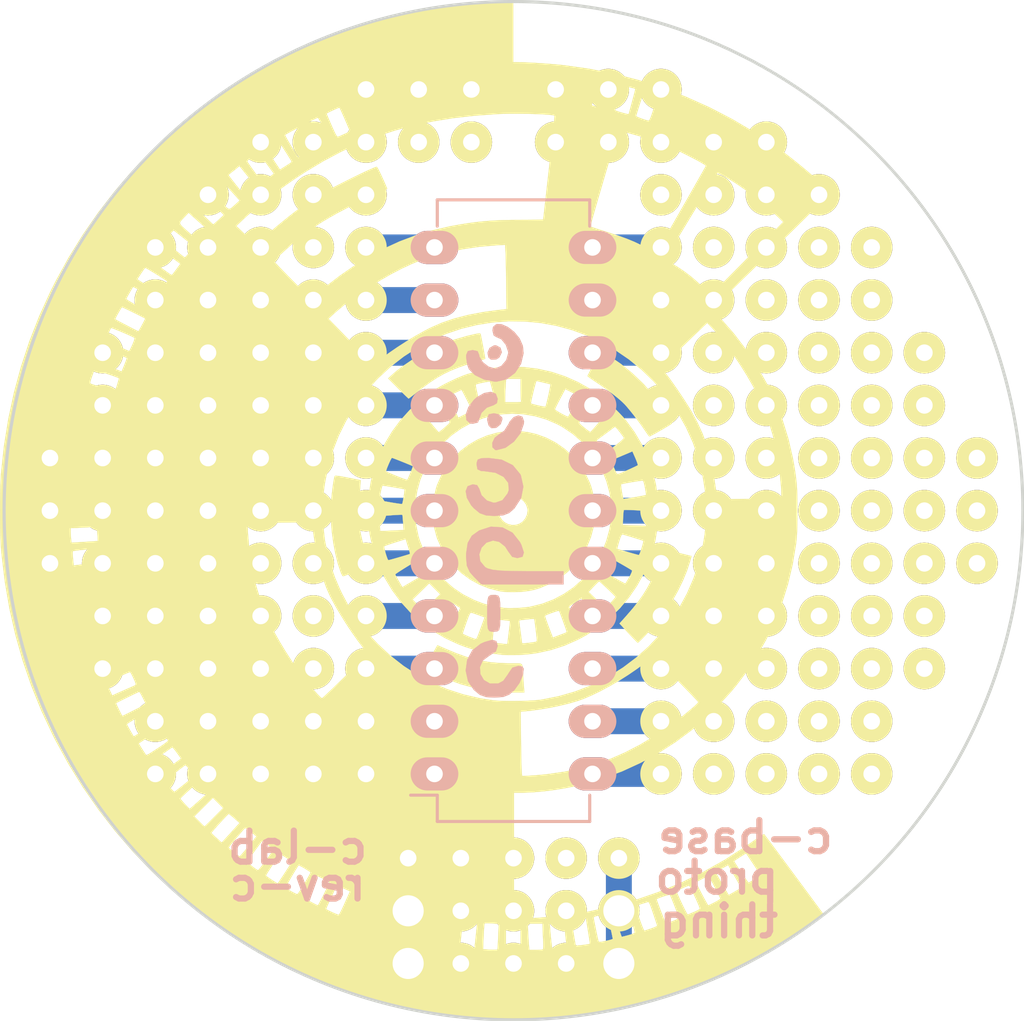
<source format=kicad_pcb>
(kicad_pcb (version 4) (host pcbnew 4.0.0-rc1-stable)
  (title_block (title "c-base protothing") (date 2015-11-04) (rev rev-c) (company c-base))
  (layers (0 F.Cu signal) (31 B.Cu signal) (34 B.Paste user) (35 F.Paste user) (36 B.SilkS user) (37 F.SilkS user) (38 B.Mask user) (39 F.Mask user) (44 Edge.Cuts user))
  (net 0 "")
  (module Wire_Pads:SolderWirePad_single_0-8mmDrill (layer F.Cu) (at 151.13 103.124)
    (fp_text reference REF**11 hide)
    (fp_text value SolderWirePad_single_0-8mmDrill hide)
    (pad 1 thru_hole circle (at 0 0) (size 1.99898 1.99898) (drill 0.8001) (layers *.Cu *.Mask F.SilkS))
  )
  (module Wire_Pads:SolderWirePad_single_0-8mmDrill (layer F.Cu) (at 156.21 103.124)
    (fp_text reference REF**21 hide)
    (fp_text value SolderWirePad_single_0-8mmDrill hide)
    (pad 1 thru_hole circle (at 0 0) (size 1.99898 1.99898) (drill 0.8001) (layers *.Cu *.Mask F.SilkS))
  )
  (module Wire_Pads:SolderWirePad_single_0-8mmDrill (layer F.Cu) (at 153.67 103.124)
    (fp_text reference REF**11 hide)
    (fp_text value SolderWirePad_single_0-8mmDrill hide)
    (pad 1 thru_hole circle (at 0 0) (size 1.99898 1.99898) (drill 0.8001) (layers *.Cu *.Mask F.SilkS))
  )
  (module Wire_Pads:SolderWirePad_single_0-8mmDrill (layer F.Cu) (at 141.986 103.124)
    (fp_text reference REF**31 hide)
    (fp_text value SolderWirePad_single_0-8mmDrill hide)
    (pad 1 thru_hole circle (at 0 0) (size 1.99898 1.99898) (drill 0.8001) (layers *.Cu *.Mask F.SilkS))
  )
  (module Wire_Pads:SolderWirePad_single_0-8mmDrill (layer F.Cu) (at 144.526 103.124)
    (fp_text reference REF**41 hide)
    (fp_text value SolderWirePad_single_0-8mmDrill hide)
    (pad 1 thru_hole circle (at 0 0) (size 1.99898 1.99898) (drill 0.8001) (layers *.Cu *.Mask F.SilkS))
  )
  (module Wire_Pads:SolderWirePad_single_0-8mmDrill (layer F.Cu) (at 147.066 103.124)
    (fp_text reference REF**11 hide)
    (fp_text value SolderWirePad_single_0-8mmDrill hide)
    (pad 1 thru_hole circle (at 0 0) (size 1.99898 1.99898) (drill 0.8001) (layers *.Cu *.Mask F.SilkS))
  )
  (module Wire_Pads:SolderWirePad_single_0-8mmDrill (layer F.Cu) (at 147.066 105.664)
    (fp_text reference REF**11 hide)
    (fp_text value SolderWirePad_single_0-8mmDrill hide)
    (pad 1 thru_hole circle (at 0 0) (size 1.99898 1.99898) (drill 0.8001) (layers *.Cu *.Mask F.SilkS))
  )
  (module Wire_Pads:SolderWirePad_single_0-8mmDrill (layer F.Cu) (at 151.13 105.664)
    (fp_text reference REF**11 hide)
    (fp_text value SolderWirePad_single_0-8mmDrill hide)
    (pad 1 thru_hole circle (at 0 0) (size 1.99898 1.99898) (drill 0.8001) (layers *.Cu *.Mask F.SilkS))
  )
  (module Wire_Pads:SolderWirePad_single_0-8mmDrill (layer F.Cu) (at 158.75 105.664)
    (fp_text reference REF**31 hide)
    (fp_text value SolderWirePad_single_0-8mmDrill hide)
    (pad 1 thru_hole circle (at 0 0) (size 1.99898 1.99898) (drill 0.8001) (layers *.Cu *.Mask F.SilkS))
  )
  (module Wire_Pads:SolderWirePad_single_0-8mmDrill (layer F.Cu) (at 156.21 105.664)
    (fp_text reference REF**21 hide)
    (fp_text value SolderWirePad_single_0-8mmDrill hide)
    (pad 1 thru_hole circle (at 0 0) (size 1.99898 1.99898) (drill 0.8001) (layers *.Cu *.Mask F.SilkS))
  )
  (module Wire_Pads:SolderWirePad_single_0-8mmDrill (layer F.Cu) (at 161.29 105.664)
    (fp_text reference REF**41 hide)
    (fp_text value SolderWirePad_single_0-8mmDrill hide)
    (pad 1 thru_hole circle (at 0 0) (size 1.99898 1.99898) (drill 0.8001) (layers *.Cu *.Mask F.SilkS))
  )
  (module Wire_Pads:SolderWirePad_single_0-8mmDrill (layer F.Cu) (at 153.67 105.664)
    (fp_text reference REF**11 hide)
    (fp_text value SolderWirePad_single_0-8mmDrill hide)
    (pad 1 thru_hole circle (at 0 0) (size 1.99898 1.99898) (drill 0.8001) (layers *.Cu *.Mask F.SilkS))
  )
  (module Wire_Pads:SolderWirePad_single_0-8mmDrill (layer F.Cu) (at 161.29 108.204)
    (fp_text reference REF**31 hide)
    (fp_text value SolderWirePad_single_0-8mmDrill hide)
    (pad 1 thru_hole circle (at 0 0) (size 1.99898 1.99898) (drill 0.8001) (layers *.Cu *.Mask F.SilkS))
  )
  (module Wire_Pads:SolderWirePad_single_0-8mmDrill (layer F.Cu) (at 158.75 108.204)
    (fp_text reference REF**21 hide)
    (fp_text value SolderWirePad_single_0-8mmDrill hide)
    (pad 1 thru_hole circle (at 0 0) (size 1.99898 1.99898) (drill 0.8001) (layers *.Cu *.Mask F.SilkS))
  )
  (module Wire_Pads:SolderWirePad_single_0-8mmDrill (layer F.Cu) (at 163.83 108.204)
    (fp_text reference REF**41 hide)
    (fp_text value SolderWirePad_single_0-8mmDrill hide)
    (pad 1 thru_hole circle (at 0 0) (size 1.99898 1.99898) (drill 0.8001) (layers *.Cu *.Mask F.SilkS))
  )
  (module Wire_Pads:SolderWirePad_single_0-8mmDrill (layer F.Cu) (at 156.21 108.204)
    (fp_text reference REF**11 hide)
    (fp_text value SolderWirePad_single_0-8mmDrill hide)
    (pad 1 thru_hole circle (at 0 0) (size 1.99898 1.99898) (drill 0.8001) (layers *.Cu *.Mask F.SilkS))
  )
  (module Wire_Pads:SolderWirePad_single_0-8mmDrill (layer F.Cu) (at 141.986 105.664)
    (fp_text reference REF**31 hide)
    (fp_text value SolderWirePad_single_0-8mmDrill hide)
    (pad 1 thru_hole circle (at 0 0) (size 1.99898 1.99898) (drill 0.8001) (layers *.Cu *.Mask F.SilkS))
  )
  (module Wire_Pads:SolderWirePad_single_0-8mmDrill (layer F.Cu) (at 139.446 105.664)
    (fp_text reference REF**21 hide)
    (fp_text value SolderWirePad_single_0-8mmDrill hide)
    (pad 1 thru_hole circle (at 0 0) (size 1.99898 1.99898) (drill 0.8001) (layers *.Cu *.Mask F.SilkS))
  )
  (module Wire_Pads:SolderWirePad_single_0-8mmDrill (layer F.Cu) (at 144.526 105.664)
    (fp_text reference REF**41 hide)
    (fp_text value SolderWirePad_single_0-8mmDrill hide)
    (pad 1 thru_hole circle (at 0 0) (size 1.99898 1.99898) (drill 0.8001) (layers *.Cu *.Mask F.SilkS))
  )
  (module Wire_Pads:SolderWirePad_single_0-8mmDrill (layer F.Cu) (at 136.906 105.664)
    (fp_text reference REF**11 hide)
    (fp_text value SolderWirePad_single_0-8mmDrill hide)
    (pad 1 thru_hole circle (at 0 0) (size 1.99898 1.99898) (drill 0.8001) (layers *.Cu *.Mask F.SilkS))
  )
  (module Wire_Pads:SolderWirePad_single_0-8mmDrill (layer F.Cu) (at 139.446 108.204)
    (fp_text reference REF**31 hide)
    (fp_text value SolderWirePad_single_0-8mmDrill hide)
    (pad 1 thru_hole circle (at 0 0) (size 1.99898 1.99898) (drill 0.8001) (layers *.Cu *.Mask F.SilkS))
  )
  (module Wire_Pads:SolderWirePad_single_0-8mmDrill (layer F.Cu) (at 136.906 108.204)
    (fp_text reference REF**21 hide)
    (fp_text value SolderWirePad_single_0-8mmDrill hide)
    (pad 1 thru_hole circle (at 0 0) (size 1.99898 1.99898) (drill 0.8001) (layers *.Cu *.Mask F.SilkS))
  )
  (module Wire_Pads:SolderWirePad_single_0-8mmDrill (layer F.Cu) (at 141.986 108.204)
    (fp_text reference REF**41 hide)
    (fp_text value SolderWirePad_single_0-8mmDrill hide)
    (pad 1 thru_hole circle (at 0 0) (size 1.99898 1.99898) (drill 0.8001) (layers *.Cu *.Mask F.SilkS))
  )
  (module Wire_Pads:SolderWirePad_single_0-8mmDrill (layer F.Cu) (at 134.366 108.204)
    (fp_text reference REF**11 hide)
    (fp_text value SolderWirePad_single_0-8mmDrill hide)
    (pad 1 thru_hole circle (at 0 0) (size 1.99898 1.99898) (drill 0.8001) (layers *.Cu *.Mask F.SilkS))
  )
  (module c-base-board:board-outline (layer F.Cu) (at 149.098 123.444)
    (fp_text reference G*** hide)
    (fp_text value c-base hide)
  )
  (module Wire_Pads:SolderWirePad_single_0-8mmDrill (layer F.Cu) (at 126.746 123.444)
    (fp_text reference REF**16 hide)
    (fp_text value SolderWirePad_single_0-8mmDrill hide)
    (pad 1 thru_hole circle (at 0 0) (size 1.99898 1.99898) (drill 0.8001) (layers *.Cu *.Mask F.SilkS))
  )
  (module Wire_Pads:SolderWirePad_single_0-8mmDrill (layer F.Cu) (at 126.746 120.904)
    (fp_text reference REF**15 hide)
    (fp_text value SolderWirePad_single_0-8mmDrill hide)
    (pad 1 thru_hole circle (at 0 0) (size 1.99898 1.99898) (drill 0.8001) (layers *.Cu *.Mask F.SilkS))
  )
  (module Wire_Pads:SolderWirePad_single_0-8mmDrill (layer F.Cu) (at 126.746 125.984)
    (fp_text reference REF**17 hide)
    (fp_text value SolderWirePad_single_0-8mmDrill hide)
    (pad 1 thru_hole circle (at 0 0) (size 1.99898 1.99898) (drill 0.8001) (layers *.Cu *.Mask F.SilkS))
  )
  (module Wire_Pads:SolderWirePad_single_0-8mmDrill (layer F.Cu) (at 129.286 125.984)
    (fp_text reference REF**17 hide)
    (fp_text value SolderWirePad_single_0-8mmDrill hide)
    (pad 1 thru_hole circle (at 0 0) (size 1.99898 1.99898) (drill 0.8001) (layers *.Cu *.Mask F.SilkS))
  )
  (module Wire_Pads:SolderWirePad_single_0-8mmDrill (layer F.Cu) (at 129.286 128.524)
    (fp_text reference REF**18 hide)
    (fp_text value SolderWirePad_single_0-8mmDrill hide)
    (pad 1 thru_hole circle (at 0 0) (size 1.99898 1.99898) (drill 0.8001) (layers *.Cu *.Mask F.SilkS))
  )
  (module Wire_Pads:SolderWirePad_single_0-8mmDrill (layer F.Cu) (at 129.286 131.064)
    (fp_text reference REF**19 hide)
    (fp_text value SolderWirePad_single_0-8mmDrill hide)
    (pad 1 thru_hole circle (at 0 0) (size 1.99898 1.99898) (drill 0.8001) (layers *.Cu *.Mask F.SilkS))
  )
  (module Wire_Pads:SolderWirePad_single_0-8mmDrill (layer F.Cu) (at 129.286 123.444)
    (fp_text reference REF**16 hide)
    (fp_text value SolderWirePad_single_0-8mmDrill hide)
    (pad 1 thru_hole circle (at 0 0) (size 1.99898 1.99898) (drill 0.8001) (layers *.Cu *.Mask F.SilkS))
  )
  (module Wire_Pads:SolderWirePad_single_0-8mmDrill (layer F.Cu) (at 129.286 120.904)
    (fp_text reference REF**15 hide)
    (fp_text value SolderWirePad_single_0-8mmDrill hide)
    (pad 1 thru_hole circle (at 0 0) (size 1.99898 1.99898) (drill 0.8001) (layers *.Cu *.Mask F.SilkS))
  )
  (module Wire_Pads:SolderWirePad_single_0-8mmDrill (layer F.Cu) (at 129.286 115.824)
    (fp_text reference REF**13 hide)
    (fp_text value SolderWirePad_single_0-8mmDrill hide)
    (pad 1 thru_hole circle (at 0 0) (size 1.99898 1.99898) (drill 0.8001) (layers *.Cu *.Mask F.SilkS))
  )
  (module Wire_Pads:SolderWirePad_single_0-8mmDrill (layer F.Cu) (at 129.286 118.364)
    (fp_text reference REF**14 hide)
    (fp_text value SolderWirePad_single_0-8mmDrill hide)
    (pad 1 thru_hole circle (at 0 0) (size 1.99898 1.99898) (drill 0.8001) (layers *.Cu *.Mask F.SilkS))
  )
  (module Wire_Pads:SolderWirePad_single_0-8mmDrill (layer F.Cu) (at 171.45 123.444)
    (fp_text reference REF**56 hide)
    (fp_text value SolderWirePad_single_0-8mmDrill hide)
    (pad 1 thru_hole circle (at 0 0) (size 1.99898 1.99898) (drill 0.8001) (layers *.Cu *.Mask F.SilkS))
  )
  (module Wire_Pads:SolderWirePad_single_0-8mmDrill (layer F.Cu) (at 171.45 120.904)
    (fp_text reference REF**55 hide)
    (fp_text value SolderWirePad_single_0-8mmDrill hide)
    (pad 1 thru_hole circle (at 0 0) (size 1.99898 1.99898) (drill 0.8001) (layers *.Cu *.Mask F.SilkS))
  )
  (module Wire_Pads:SolderWirePad_single_0-8mmDrill (layer F.Cu) (at 171.45 125.984)
    (fp_text reference REF**57 hide)
    (fp_text value SolderWirePad_single_0-8mmDrill hide)
    (pad 1 thru_hole circle (at 0 0) (size 1.99898 1.99898) (drill 0.8001) (layers *.Cu *.Mask F.SilkS))
  )
  (module Wire_Pads:SolderWirePad_single_0-8mmDrill (layer F.Cu) (at 168.91 115.824)
    (fp_text reference REF**53 hide)
    (fp_text value SolderWirePad_single_0-8mmDrill hide)
    (pad 1 thru_hole circle (at 0 0) (size 1.99898 1.99898) (drill 0.8001) (layers *.Cu *.Mask F.SilkS))
  )
  (module Wire_Pads:SolderWirePad_single_0-8mmDrill (layer F.Cu) (at 168.91 118.364)
    (fp_text reference REF**54 hide)
    (fp_text value SolderWirePad_single_0-8mmDrill hide)
    (pad 1 thru_hole circle (at 0 0) (size 1.99898 1.99898) (drill 0.8001) (layers *.Cu *.Mask F.SilkS))
  )
  (module Wire_Pads:SolderWirePad_single_0-8mmDrill (layer F.Cu) (at 168.91 123.444)
    (fp_text reference REF**56 hide)
    (fp_text value SolderWirePad_single_0-8mmDrill hide)
    (pad 1 thru_hole circle (at 0 0) (size 1.99898 1.99898) (drill 0.8001) (layers *.Cu *.Mask F.SilkS))
  )
  (module Wire_Pads:SolderWirePad_single_0-8mmDrill (layer F.Cu) (at 168.91 120.904)
    (fp_text reference REF**55 hide)
    (fp_text value SolderWirePad_single_0-8mmDrill hide)
    (pad 1 thru_hole circle (at 0 0) (size 1.99898 1.99898) (drill 0.8001) (layers *.Cu *.Mask F.SilkS))
  )
  (module Wire_Pads:SolderWirePad_single_0-8mmDrill (layer F.Cu) (at 168.91 128.524)
    (fp_text reference REF**58 hide)
    (fp_text value SolderWirePad_single_0-8mmDrill hide)
    (pad 1 thru_hole circle (at 0 0) (size 1.99898 1.99898) (drill 0.8001) (layers *.Cu *.Mask F.SilkS))
  )
  (module Wire_Pads:SolderWirePad_single_0-8mmDrill (layer F.Cu) (at 168.91 125.984)
    (fp_text reference REF**57 hide)
    (fp_text value SolderWirePad_single_0-8mmDrill hide)
    (pad 1 thru_hole circle (at 0 0) (size 1.99898 1.99898) (drill 0.8001) (layers *.Cu *.Mask F.SilkS))
  )
  (module Wire_Pads:SolderWirePad_single_0-8mmDrill (layer F.Cu) (at 168.91 131.064)
    (fp_text reference REF**59 hide)
    (fp_text value SolderWirePad_single_0-8mmDrill hide)
    (pad 1 thru_hole circle (at 0 0) (size 1.99898 1.99898) (drill 0.8001) (layers *.Cu *.Mask F.SilkS))
  )
  (module Wire_Pads:SolderWirePad_single_0-8mmDrill (layer F.Cu) (at 158.75 113.284)
    (fp_text reference REF**22 hide)
    (fp_text value SolderWirePad_single_0-8mmDrill hide)
    (pad 1 thru_hole circle (at 0 0) (size 1.99898 1.99898) (drill 0.8001) (layers *.Cu *.Mask F.SilkS))
  )
  (module Wire_Pads:SolderWirePad_single_0-8mmDrill (layer F.Cu) (at 161.29 113.284)
    (fp_text reference REF**32 hide)
    (fp_text value SolderWirePad_single_0-8mmDrill hide)
    (pad 1 thru_hole circle (at 0 0) (size 1.99898 1.99898) (drill 0.8001) (layers *.Cu *.Mask F.SilkS))
  )
  (module Wire_Pads:SolderWirePad_single_0-8mmDrill (layer F.Cu) (at 158.75 115.824)
    (fp_text reference REF**23 hide)
    (fp_text value SolderWirePad_single_0-8mmDrill hide)
    (pad 1 thru_hole circle (at 0 0) (size 1.99898 1.99898) (drill 0.8001) (layers *.Cu *.Mask F.SilkS))
  )
  (module Wire_Pads:SolderWirePad_single_0-8mmDrill (layer F.Cu) (at 161.29 115.824)
    (fp_text reference REF**33 hide)
    (fp_text value SolderWirePad_single_0-8mmDrill hide)
    (pad 1 thru_hole circle (at 0 0) (size 1.99898 1.99898) (drill 0.8001) (layers *.Cu *.Mask F.SilkS))
  )
  (module Wire_Pads:SolderWirePad_single_0-8mmDrill (layer F.Cu) (at 161.29 118.364)
    (fp_text reference REF**34 hide)
    (fp_text value SolderWirePad_single_0-8mmDrill hide)
    (pad 1 thru_hole circle (at 0 0) (size 1.99898 1.99898) (drill 0.8001) (layers *.Cu *.Mask F.SilkS))
  )
  (module Wire_Pads:SolderWirePad_single_0-8mmDrill (layer F.Cu) (at 158.75 118.364)
    (fp_text reference REF**24 hide)
    (fp_text value SolderWirePad_single_0-8mmDrill hide)
    (pad 1 thru_hole circle (at 0 0) (size 1.99898 1.99898) (drill 0.8001) (layers *.Cu *.Mask F.SilkS))
  )
  (module Wire_Pads:SolderWirePad_single_0-8mmDrill (layer F.Cu) (at 163.83 113.284)
    (fp_text reference REF**42 hide)
    (fp_text value SolderWirePad_single_0-8mmDrill hide)
    (pad 1 thru_hole circle (at 0 0) (size 1.99898 1.99898) (drill 0.8001) (layers *.Cu *.Mask F.SilkS))
  )
  (module Wire_Pads:SolderWirePad_single_0-8mmDrill (layer F.Cu) (at 166.37 110.744)
    (fp_text reference REF**51 hide)
    (fp_text value SolderWirePad_single_0-8mmDrill hide)
    (pad 1 thru_hole circle (at 0 0) (size 1.99898 1.99898) (drill 0.8001) (layers *.Cu *.Mask F.SilkS))
  )
  (module Wire_Pads:SolderWirePad_single_0-8mmDrill (layer F.Cu) (at 166.37 113.284)
    (fp_text reference REF**52 hide)
    (fp_text value SolderWirePad_single_0-8mmDrill hide)
    (pad 1 thru_hole circle (at 0 0) (size 1.99898 1.99898) (drill 0.8001) (layers *.Cu *.Mask F.SilkS))
  )
  (module Wire_Pads:SolderWirePad_single_0-8mmDrill (layer F.Cu) (at 163.83 110.744)
    (fp_text reference REF**41 hide)
    (fp_text value SolderWirePad_single_0-8mmDrill hide)
    (pad 1 thru_hole circle (at 0 0) (size 1.99898 1.99898) (drill 0.8001) (layers *.Cu *.Mask F.SilkS))
  )
  (module Wire_Pads:SolderWirePad_single_0-8mmDrill (layer F.Cu) (at 158.75 128.524)
    (fp_text reference REF**28 hide)
    (fp_text value SolderWirePad_single_0-8mmDrill hide)
    (pad 1 thru_hole circle (at 0 0) (size 1.99898 1.99898) (drill 0.8001) (layers *.Cu *.Mask F.SilkS))
  )
  (module Wire_Pads:SolderWirePad_single_0-8mmDrill (layer F.Cu) (at 158.75 125.984)
    (fp_text reference REF**27 hide)
    (fp_text value SolderWirePad_single_0-8mmDrill hide)
    (pad 1 thru_hole circle (at 0 0) (size 1.99898 1.99898) (drill 0.8001) (layers *.Cu *.Mask F.SilkS))
  )
  (module Wire_Pads:SolderWirePad_single_0-8mmDrill (layer F.Cu) (at 161.29 125.984)
    (fp_text reference REF**37 hide)
    (fp_text value SolderWirePad_single_0-8mmDrill hide)
    (pad 1 thru_hole circle (at 0 0) (size 1.99898 1.99898) (drill 0.8001) (layers *.Cu *.Mask F.SilkS))
  )
  (module Wire_Pads:SolderWirePad_single_0-8mmDrill (layer F.Cu) (at 166.37 125.984)
    (fp_text reference REF**57 hide)
    (fp_text value SolderWirePad_single_0-8mmDrill hide)
    (pad 1 thru_hole circle (at 0 0) (size 1.99898 1.99898) (drill 0.8001) (layers *.Cu *.Mask F.SilkS))
  )
  (module Wire_Pads:SolderWirePad_single_0-8mmDrill (layer F.Cu) (at 161.29 123.444)
    (fp_text reference REF**36 hide)
    (fp_text value SolderWirePad_single_0-8mmDrill hide)
    (pad 1 thru_hole circle (at 0 0) (size 1.99898 1.99898) (drill 0.8001) (layers *.Cu *.Mask F.SilkS))
  )
  (module Wire_Pads:SolderWirePad_single_0-8mmDrill (layer F.Cu) (at 166.37 120.904)
    (fp_text reference REF**55 hide)
    (fp_text value SolderWirePad_single_0-8mmDrill hide)
    (pad 1 thru_hole circle (at 0 0) (size 1.99898 1.99898) (drill 0.8001) (layers *.Cu *.Mask F.SilkS))
  )
  (module Wire_Pads:SolderWirePad_single_0-8mmDrill (layer F.Cu) (at 163.83 125.984)
    (fp_text reference REF**47 hide)
    (fp_text value SolderWirePad_single_0-8mmDrill hide)
    (pad 1 thru_hole circle (at 0 0) (size 1.99898 1.99898) (drill 0.8001) (layers *.Cu *.Mask F.SilkS))
  )
  (module Wire_Pads:SolderWirePad_single_0-8mmDrill (layer F.Cu) (at 166.37 123.444)
    (fp_text reference REF**56 hide)
    (fp_text value SolderWirePad_single_0-8mmDrill hide)
    (pad 1 thru_hole circle (at 0 0) (size 1.99898 1.99898) (drill 0.8001) (layers *.Cu *.Mask F.SilkS))
  )
  (module Wire_Pads:SolderWirePad_single_0-8mmDrill (layer F.Cu) (at 163.83 120.904)
    (fp_text reference REF**45 hide)
    (fp_text value SolderWirePad_single_0-8mmDrill hide)
    (pad 1 thru_hole circle (at 0 0) (size 1.99898 1.99898) (drill 0.8001) (layers *.Cu *.Mask F.SilkS))
  )
  (module Wire_Pads:SolderWirePad_single_0-8mmDrill (layer F.Cu) (at 161.29 120.904)
    (fp_text reference REF**35 hide)
    (fp_text value SolderWirePad_single_0-8mmDrill hide)
    (pad 1 thru_hole circle (at 0 0) (size 1.99898 1.99898) (drill 0.8001) (layers *.Cu *.Mask F.SilkS))
  )
  (module Wire_Pads:SolderWirePad_single_0-8mmDrill (layer F.Cu) (at 163.83 123.444)
    (fp_text reference REF**46 hide)
    (fp_text value SolderWirePad_single_0-8mmDrill hide)
    (pad 1 thru_hole circle (at 0 0) (size 1.99898 1.99898) (drill 0.8001) (layers *.Cu *.Mask F.SilkS))
  )
  (module Wire_Pads:SolderWirePad_single_0-8mmDrill (layer F.Cu) (at 158.75 123.444)
    (fp_text reference REF**26 hide)
    (fp_text value SolderWirePad_single_0-8mmDrill hide)
    (pad 1 thru_hole circle (at 0 0) (size 1.99898 1.99898) (drill 0.8001) (layers *.Cu *.Mask F.SilkS))
  )
  (module Wire_Pads:SolderWirePad_single_0-8mmDrill (layer F.Cu) (at 158.75 120.904)
    (fp_text reference REF**25 hide)
    (fp_text value SolderWirePad_single_0-8mmDrill hide)
    (pad 1 thru_hole circle (at 0 0) (size 1.99898 1.99898) (drill 0.8001) (layers *.Cu *.Mask F.SilkS))
  )
  (module Wire_Pads:SolderWirePad_single_0-8mmDrill (layer F.Cu) (at 161.29 136.144)
    (fp_text reference REF**311 hide)
    (fp_text value SolderWirePad_single_0-8mmDrill hide)
    (pad 1 thru_hole circle (at 0 0) (size 1.99898 1.99898) (drill 0.8001) (layers *.Cu *.Mask F.SilkS))
  )
  (module Wire_Pads:SolderWirePad_single_0-8mmDrill (layer F.Cu) (at 166.37 136.144)
    (fp_text reference REF**511 hide)
    (fp_text value SolderWirePad_single_0-8mmDrill hide)
    (pad 1 thru_hole circle (at 0 0) (size 1.99898 1.99898) (drill 0.8001) (layers *.Cu *.Mask F.SilkS))
  )
  (module Wire_Pads:SolderWirePad_single_0-8mmDrill (layer F.Cu) (at 163.83 133.604)
    (fp_text reference REF**410 hide)
    (fp_text value SolderWirePad_single_0-8mmDrill hide)
    (pad 1 thru_hole circle (at 0 0) (size 1.99898 1.99898) (drill 0.8001) (layers *.Cu *.Mask F.SilkS))
  )
  (module Wire_Pads:SolderWirePad_single_0-8mmDrill (layer F.Cu) (at 166.37 133.604)
    (fp_text reference REF**510 hide)
    (fp_text value SolderWirePad_single_0-8mmDrill hide)
    (pad 1 thru_hole circle (at 0 0) (size 1.99898 1.99898) (drill 0.8001) (layers *.Cu *.Mask F.SilkS))
  )
  (module Wire_Pads:SolderWirePad_single_0-8mmDrill (layer F.Cu) (at 163.83 136.144)
    (fp_text reference REF**411 hide)
    (fp_text value SolderWirePad_single_0-8mmDrill hide)
    (pad 1 thru_hole circle (at 0 0) (size 1.99898 1.99898) (drill 0.8001) (layers *.Cu *.Mask F.SilkS))
  )
  (module Wire_Pads:SolderWirePad_single_0-8mmDrill (layer F.Cu) (at 161.29 133.604)
    (fp_text reference REF**310 hide)
    (fp_text value SolderWirePad_single_0-8mmDrill hide)
    (pad 1 thru_hole circle (at 0 0) (size 1.99898 1.99898) (drill 0.8001) (layers *.Cu *.Mask F.SilkS))
  )
  (module Wire_Pads:SolderWirePad_single_0-8mmDrill (layer F.Cu) (at 163.83 131.064)
    (fp_text reference REF**49 hide)
    (fp_text value SolderWirePad_single_0-8mmDrill hide)
    (pad 1 thru_hole circle (at 0 0) (size 1.99898 1.99898) (drill 0.8001) (layers *.Cu *.Mask F.SilkS))
  )
  (module Wire_Pads:SolderWirePad_single_0-8mmDrill (layer F.Cu) (at 163.83 128.524)
    (fp_text reference REF**48 hide)
    (fp_text value SolderWirePad_single_0-8mmDrill hide)
    (pad 1 thru_hole circle (at 0 0) (size 1.99898 1.99898) (drill 0.8001) (layers *.Cu *.Mask F.SilkS))
  )
  (module Wire_Pads:SolderWirePad_single_0-8mmDrill (layer F.Cu) (at 161.29 128.524)
    (fp_text reference REF**38 hide)
    (fp_text value SolderWirePad_single_0-8mmDrill hide)
    (pad 1 thru_hole circle (at 0 0) (size 1.99898 1.99898) (drill 0.8001) (layers *.Cu *.Mask F.SilkS))
  )
  (module Wire_Pads:SolderWirePad_single_0-8mmDrill (layer F.Cu) (at 161.29 131.064)
    (fp_text reference REF**39 hide)
    (fp_text value SolderWirePad_single_0-8mmDrill hide)
    (pad 1 thru_hole circle (at 0 0) (size 1.99898 1.99898) (drill 0.8001) (layers *.Cu *.Mask F.SilkS))
  )
  (module Wire_Pads:SolderWirePad_single_0-8mmDrill (layer F.Cu) (at 166.37 128.524)
    (fp_text reference REF**58 hide)
    (fp_text value SolderWirePad_single_0-8mmDrill hide)
    (pad 1 thru_hole circle (at 0 0) (size 1.99898 1.99898) (drill 0.8001) (layers *.Cu *.Mask F.SilkS))
  )
  (module Wire_Pads:SolderWirePad_single_0-8mmDrill (layer F.Cu) (at 166.37 131.064)
    (fp_text reference REF**59 hide)
    (fp_text value SolderWirePad_single_0-8mmDrill hide)
    (pad 1 thru_hole circle (at 0 0) (size 1.99898 1.99898) (drill 0.8001) (layers *.Cu *.Mask F.SilkS))
  )
  (module Wire_Pads:SolderWirePad_single_0-8mmDrill (layer F.Cu) (at 158.75 133.604)
    (fp_text reference REF**210 hide)
    (fp_text value SolderWirePad_single_0-8mmDrill hide)
    (pad 1 thru_hole circle (at 0 0) (size 1.99898 1.99898) (drill 0.8001) (layers *.Cu *.Mask F.SilkS))
  )
  (module Wire_Pads:SolderWirePad_single_0-8mmDrill (layer F.Cu) (at 158.75 131.064)
    (fp_text reference REF**29 hide)
    (fp_text value SolderWirePad_single_0-8mmDrill hide)
    (pad 1 thru_hole circle (at 0 0) (size 1.99898 1.99898) (drill 0.8001) (layers *.Cu *.Mask F.SilkS))
  )
  (module Wire_Pads:SolderWirePad_single_0-8mmDrill (layer F.Cu) (at 158.75 136.144)
    (fp_text reference REF**211 hide)
    (fp_text value SolderWirePad_single_0-8mmDrill hide)
    (pad 1 thru_hole circle (at 0 0) (size 1.99898 1.99898) (drill 0.8001) (layers *.Cu *.Mask F.SilkS))
  )
  (module Wire_Pads:SolderWirePad_single_0-8mmDrill (layer F.Cu) (at 163.83 118.364)
    (fp_text reference REF**44 hide)
    (fp_text value SolderWirePad_single_0-8mmDrill hide)
    (pad 1 thru_hole circle (at 0 0) (size 1.99898 1.99898) (drill 0.8001) (layers *.Cu *.Mask F.SilkS))
  )
  (module Wire_Pads:SolderWirePad_single_0-8mmDrill (layer F.Cu) (at 166.37 118.364)
    (fp_text reference REF**54 hide)
    (fp_text value SolderWirePad_single_0-8mmDrill hide)
    (pad 1 thru_hole circle (at 0 0) (size 1.99898 1.99898) (drill 0.8001) (layers *.Cu *.Mask F.SilkS))
  )
  (module Wire_Pads:SolderWirePad_single_0-8mmDrill (layer F.Cu) (at 163.83 115.824)
    (fp_text reference REF**43 hide)
    (fp_text value SolderWirePad_single_0-8mmDrill hide)
    (pad 1 thru_hole circle (at 0 0) (size 1.99898 1.99898) (drill 0.8001) (layers *.Cu *.Mask F.SilkS))
  )
  (module Wire_Pads:SolderWirePad_single_0-8mmDrill (layer F.Cu) (at 166.37 115.824)
    (fp_text reference REF**53 hide)
    (fp_text value SolderWirePad_single_0-8mmDrill hide)
    (pad 1 thru_hole circle (at 0 0) (size 1.99898 1.99898) (drill 0.8001) (layers *.Cu *.Mask F.SilkS))
  )
  (module Wire_Pads:SolderWirePad_single_0-8mmDrill (layer F.Cu) (at 161.29 110.744)
    (fp_text reference REF**31 hide)
    (fp_text value SolderWirePad_single_0-8mmDrill hide)
    (pad 1 thru_hole circle (at 0 0) (size 1.99898 1.99898) (drill 0.8001) (layers *.Cu *.Mask F.SilkS))
  )
  (module Wire_Pads:SolderWirePad_single_0-8mmDrill (layer F.Cu) (at 158.75 110.744)
    (fp_text reference REF**21 hide)
    (fp_text value SolderWirePad_single_0-8mmDrill hide)
    (pad 1 thru_hole circle (at 0 0) (size 1.99898 1.99898) (drill 0.8001) (layers *.Cu *.Mask F.SilkS))
  )
  (module Wire_Pads:SolderWirePad_single_0-8mmDrill (layer F.Cu) (at 156.21 118.364)
    (fp_text reference REF**14 hide)
    (fp_text value SolderWirePad_single_0-8mmDrill hide)
    (pad 1 thru_hole circle (at 0 0) (size 1.99898 1.99898) (drill 0.8001) (layers *.Cu *.Mask F.SilkS))
  )
  (module Wire_Pads:SolderWirePad_single_0-8mmDrill (layer F.Cu) (at 156.21 115.824)
    (fp_text reference REF**13 hide)
    (fp_text value SolderWirePad_single_0-8mmDrill hide)
    (pad 1 thru_hole circle (at 0 0) (size 1.99898 1.99898) (drill 0.8001) (layers *.Cu *.Mask F.SilkS))
  )
  (module Wire_Pads:SolderWirePad_single_0-8mmDrill (layer F.Cu) (at 156.21 120.904)
    (fp_text reference REF**15 hide)
    (fp_text value SolderWirePad_single_0-8mmDrill hide)
    (pad 1 thru_hole circle (at 0 0) (size 1.99898 1.99898) (drill 0.8001) (layers *.Cu *.Mask F.SilkS))
  )
  (module Wire_Pads:SolderWirePad_single_0-8mmDrill (layer F.Cu) (at 156.21 123.444)
    (fp_text reference REF**16 hide)
    (fp_text value SolderWirePad_single_0-8mmDrill hide)
    (pad 1 thru_hole circle (at 0 0) (size 1.99898 1.99898) (drill 0.8001) (layers *.Cu *.Mask F.SilkS))
  )
  (module Wire_Pads:SolderWirePad_single_0-8mmDrill (layer F.Cu) (at 156.21 125.984)
    (fp_text reference REF**17 hide)
    (fp_text value SolderWirePad_single_0-8mmDrill hide)
    (pad 1 thru_hole circle (at 0 0) (size 1.99898 1.99898) (drill 0.8001) (layers *.Cu *.Mask F.SilkS))
  )
  (module Wire_Pads:SolderWirePad_single_0-8mmDrill (layer F.Cu) (at 156.21 128.524)
    (fp_text reference REF**18 hide)
    (fp_text value SolderWirePad_single_0-8mmDrill hide)
    (pad 1 thru_hole circle (at 0 0) (size 1.99898 1.99898) (drill 0.8001) (layers *.Cu *.Mask F.SilkS))
  )
  (module Wire_Pads:SolderWirePad_single_0-8mmDrill (layer F.Cu) (at 156.21 113.284)
    (fp_text reference REF**12 hide)
    (fp_text value SolderWirePad_single_0-8mmDrill hide)
    (pad 1 thru_hole circle (at 0 0) (size 1.99898 1.99898) (drill 0.8001) (layers *.Cu *.Mask F.SilkS))
  )
  (module Wire_Pads:SolderWirePad_single_0-8mmDrill (layer F.Cu) (at 156.21 131.064)
    (fp_text reference REF**19 hide)
    (fp_text value SolderWirePad_single_0-8mmDrill hide)
    (pad 1 thru_hole circle (at 0 0) (size 1.99898 1.99898) (drill 0.8001) (layers *.Cu *.Mask F.SilkS))
  )
  (module Wire_Pads:SolderWirePad_single_0-8mmDrill (layer F.Cu) (at 156.21 136.144)
    (fp_text reference REF**111 hide)
    (fp_text value SolderWirePad_single_0-8mmDrill hide)
    (pad 1 thru_hole circle (at 0 0) (size 1.99898 1.99898) (drill 0.8001) (layers *.Cu *.Mask F.SilkS))
  )
  (module Wire_Pads:SolderWirePad_single_0-8mmDrill (layer F.Cu) (at 156.21 133.604)
    (fp_text reference REF**110 hide)
    (fp_text value SolderWirePad_single_0-8mmDrill hide)
    (pad 1 thru_hole circle (at 0 0) (size 1.99898 1.99898) (drill 0.8001) (layers *.Cu *.Mask F.SilkS))
  )
  (module Wire_Pads:SolderWirePad_single_0-8mmDrill (layer F.Cu) (at 144.018 145.288)
    (fp_text reference REF**1113 hide)
    (fp_text value SolderWirePad_single_0-8mmDrill hide)
    (pad 1 thru_hole circle (at 0 0) (size 1.99898 1.99898) (drill 1.5) (layers *.Cu *.Mask F.SilkS))
  )
  (module Wire_Pads:SolderWirePad_single_0-8mmDrill (layer F.Cu) (at 144.018 142.748)
    (fp_text reference REF**1112 hide)
    (fp_text value SolderWirePad_single_0-8mmDrill hide)
    (pad 1 thru_hole circle (at 0 0) (size 1.99898 1.99898) (drill 1.5) (layers *.Cu *.Mask F.SilkS))
  )
  (module Wire_Pads:SolderWirePad_single_0-8mmDrill (layer F.Cu) (at 146.558 145.288)
    (fp_text reference REF**2113 hide)
    (fp_text value SolderWirePad_single_0-8mmDrill hide)
    (pad 1 thru_hole circle (at 0 0) (size 1.99898 1.99898) (drill 0.8001) (layers *.Cu *.Mask F.SilkS))
  )
  (module Wire_Pads:SolderWirePad_single_0-8mmDrill (layer F.Cu) (at 146.558 142.748)
    (fp_text reference REF**2112 hide)
    (fp_text value SolderWirePad_single_0-8mmDrill hide)
    (pad 1 thru_hole circle (at 0 0) (size 1.99898 1.99898) (drill 0.8001) (layers *.Cu *.Mask F.SilkS))
  )
  (module Wire_Pads:SolderWirePad_single_0-8mmDrill (layer F.Cu) (at 151.638 145.288)
    (fp_text reference REF**4113 hide)
    (fp_text value SolderWirePad_single_0-8mmDrill hide)
    (pad 1 thru_hole circle (at 0 0) (size 1.99898 1.99898) (drill 0.8001) (layers *.Cu *.Mask F.SilkS))
  )
  (module Wire_Pads:SolderWirePad_single_0-8mmDrill (layer F.Cu) (at 151.638 142.748)
    (fp_text reference REF**4112 hide)
    (fp_text value SolderWirePad_single_0-8mmDrill hide)
    (pad 1 thru_hole circle (at 0 0) (size 1.99898 1.99898) (drill 0.8001) (layers *.Cu *.Mask F.SilkS))
  )
  (module Wire_Pads:SolderWirePad_single_0-8mmDrill (layer F.Cu) (at 149.098 145.288)
    (fp_text reference REF**3113 hide)
    (fp_text value SolderWirePad_single_0-8mmDrill hide)
    (pad 1 thru_hole circle (at 0 0) (size 1.99898 1.99898) (drill 0.8001) (layers *.Cu *.Mask F.SilkS))
  )
  (module Wire_Pads:SolderWirePad_single_0-8mmDrill (layer F.Cu) (at 149.098 142.748)
    (fp_text reference REF**3112 hide)
    (fp_text value SolderWirePad_single_0-8mmDrill hide)
    (pad 1 thru_hole circle (at 0 0) (size 1.99898 1.99898) (drill 0.8001) (layers *.Cu *.Mask F.SilkS))
  )
  (module Wire_Pads:SolderWirePad_single_0-8mmDrill (layer F.Cu) (at 154.178 145.288)
    (fp_text reference REF**5113 hide)
    (fp_text value SolderWirePad_single_0-8mmDrill hide)
    (pad 1 thru_hole circle (at 0 0) (size 1.99898 1.99898) (drill 1.5) (layers *.Cu *.Mask F.SilkS))
  )
  (module Wire_Pads:SolderWirePad_single_0-8mmDrill (layer F.Cu) (at 154.178 142.748)
    (fp_text reference REF**5112 hide)
    (fp_text value SolderWirePad_single_0-8mmDrill hide)
    (pad 1 thru_hole circle (at 0 0) (size 1.99898 1.99898) (drill 1.5) (layers *.Cu *.Mask F.SilkS))
  )
  (module Wire_Pads:SolderWirePad_single_0-8mmDrill (layer F.Cu) (at 144.018 140.208)
    (fp_text reference REF**1111 hide)
    (fp_text value SolderWirePad_single_0-8mmDrill hide)
    (pad 1 thru_hole circle (at 0 0) (size 1.99898 1.99898) (drill 0.8001) (layers *.Cu *.Mask F.SilkS))
  )
  (module Wire_Pads:SolderWirePad_single_0-8mmDrill (layer F.Cu) (at 146.558 140.208)
    (fp_text reference REF**2111 hide)
    (fp_text value SolderWirePad_single_0-8mmDrill hide)
    (pad 1 thru_hole circle (at 0 0) (size 1.99898 1.99898) (drill 0.8001) (layers *.Cu *.Mask F.SilkS))
  )
  (module Wire_Pads:SolderWirePad_single_0-8mmDrill (layer F.Cu) (at 149.098 140.208)
    (fp_text reference REF**3111 hide)
    (fp_text value SolderWirePad_single_0-8mmDrill hide)
    (pad 1 thru_hole circle (at 0 0) (size 1.99898 1.99898) (drill 0.8001) (layers *.Cu *.Mask F.SilkS))
  )
  (module Wire_Pads:SolderWirePad_single_0-8mmDrill (layer F.Cu) (at 154.178 140.208)
    (fp_text reference REF**5111 hide)
    (fp_text value SolderWirePad_single_0-8mmDrill hide)
    (pad 1 thru_hole circle (at 0 0) (size 1.99898 1.99898) (drill 0.8001) (layers *.Cu *.Mask F.SilkS))
  )
  (module Wire_Pads:SolderWirePad_single_0-8mmDrill (layer F.Cu) (at 151.638 140.208)
    (fp_text reference REF**4111 hide)
    (fp_text value SolderWirePad_single_0-8mmDrill hide)
    (pad 1 thru_hole circle (at 0 0) (size 1.99898 1.99898) (drill 0.8001) (layers *.Cu *.Mask F.SilkS))
  )
  (module Wire_Pads:SolderWirePad_single_0-8mmDrill (layer F.Cu) (at 131.826 125.984)
    (fp_text reference REF**17 hide)
    (fp_text value SolderWirePad_single_0-8mmDrill hide)
    (pad 1 thru_hole circle (at 0 0) (size 1.99898 1.99898) (drill 0.8001) (layers *.Cu *.Mask F.SilkS))
  )
  (module Wire_Pads:SolderWirePad_single_0-8mmDrill (layer F.Cu) (at 134.366 125.984)
    (fp_text reference REF**27 hide)
    (fp_text value SolderWirePad_single_0-8mmDrill hide)
    (pad 1 thru_hole circle (at 0 0) (size 1.99898 1.99898) (drill 0.8001) (layers *.Cu *.Mask F.SilkS))
  )
  (module Wire_Pads:SolderWirePad_single_0-8mmDrill (layer F.Cu) (at 134.366 123.444)
    (fp_text reference REF**26 hide)
    (fp_text value SolderWirePad_single_0-8mmDrill hide)
    (pad 1 thru_hole circle (at 0 0) (size 1.99898 1.99898) (drill 0.8001) (layers *.Cu *.Mask F.SilkS))
  )
  (module Wire_Pads:SolderWirePad_single_0-8mmDrill (layer F.Cu) (at 131.826 120.904)
    (fp_text reference REF**15 hide)
    (fp_text value SolderWirePad_single_0-8mmDrill hide)
    (pad 1 thru_hole circle (at 0 0) (size 1.99898 1.99898) (drill 0.8001) (layers *.Cu *.Mask F.SilkS))
  )
  (module Wire_Pads:SolderWirePad_single_0-8mmDrill (layer F.Cu) (at 131.826 123.444)
    (fp_text reference REF**16 hide)
    (fp_text value SolderWirePad_single_0-8mmDrill hide)
    (pad 1 thru_hole circle (at 0 0) (size 1.99898 1.99898) (drill 0.8001) (layers *.Cu *.Mask F.SilkS))
  )
  (module Wire_Pads:SolderWirePad_single_0-8mmDrill (layer F.Cu) (at 131.826 131.064)
    (fp_text reference REF**19 hide)
    (fp_text value SolderWirePad_single_0-8mmDrill hide)
    (pad 1 thru_hole circle (at 0 0) (size 1.99898 1.99898) (drill 0.8001) (layers *.Cu *.Mask F.SilkS))
  )
  (module Wire_Pads:SolderWirePad_single_0-8mmDrill (layer F.Cu) (at 131.826 128.524)
    (fp_text reference REF**18 hide)
    (fp_text value SolderWirePad_single_0-8mmDrill hide)
    (pad 1 thru_hole circle (at 0 0) (size 1.99898 1.99898) (drill 0.8001) (layers *.Cu *.Mask F.SilkS))
  )
  (module Wire_Pads:SolderWirePad_single_0-8mmDrill (layer F.Cu) (at 134.366 131.064)
    (fp_text reference REF**29 hide)
    (fp_text value SolderWirePad_single_0-8mmDrill hide)
    (pad 1 thru_hole circle (at 0 0) (size 1.99898 1.99898) (drill 0.8001) (layers *.Cu *.Mask F.SilkS))
  )
  (module Wire_Pads:SolderWirePad_single_0-8mmDrill (layer F.Cu) (at 134.366 128.524)
    (fp_text reference REF**28 hide)
    (fp_text value SolderWirePad_single_0-8mmDrill hide)
    (pad 1 thru_hole circle (at 0 0) (size 1.99898 1.99898) (drill 0.8001) (layers *.Cu *.Mask F.SilkS))
  )
  (module Wire_Pads:SolderWirePad_single_0-8mmDrill (layer F.Cu) (at 136.906 131.064)
    (fp_text reference REF**39 hide)
    (fp_text value SolderWirePad_single_0-8mmDrill hide)
    (pad 1 thru_hole circle (at 0 0) (size 1.99898 1.99898) (drill 0.8001) (layers *.Cu *.Mask F.SilkS))
  )
  (module Wire_Pads:SolderWirePad_single_0-8mmDrill (layer F.Cu) (at 136.906 128.524)
    (fp_text reference REF**38 hide)
    (fp_text value SolderWirePad_single_0-8mmDrill hide)
    (pad 1 thru_hole circle (at 0 0) (size 1.99898 1.99898) (drill 0.8001) (layers *.Cu *.Mask F.SilkS))
  )
  (module Wire_Pads:SolderWirePad_single_0-8mmDrill (layer F.Cu) (at 141.986 131.064)
    (fp_text reference REF**59 hide)
    (fp_text value SolderWirePad_single_0-8mmDrill hide)
    (pad 1 thru_hole circle (at 0 0) (size 1.99898 1.99898) (drill 0.8001) (layers *.Cu *.Mask F.SilkS))
  )
  (module Wire_Pads:SolderWirePad_single_0-8mmDrill (layer F.Cu) (at 139.446 131.064)
    (fp_text reference REF**49 hide)
    (fp_text value SolderWirePad_single_0-8mmDrill hide)
    (pad 1 thru_hole circle (at 0 0) (size 1.99898 1.99898) (drill 0.8001) (layers *.Cu *.Mask F.SilkS))
  )
  (module Wire_Pads:SolderWirePad_single_0-8mmDrill (layer F.Cu) (at 141.986 128.524)
    (fp_text reference REF**58 hide)
    (fp_text value SolderWirePad_single_0-8mmDrill hide)
    (pad 1 thru_hole circle (at 0 0) (size 1.99898 1.99898) (drill 0.8001) (layers *.Cu *.Mask F.SilkS))
  )
  (module Wire_Pads:SolderWirePad_single_0-8mmDrill (layer F.Cu) (at 141.986 125.984)
    (fp_text reference REF**57 hide)
    (fp_text value SolderWirePad_single_0-8mmDrill hide)
    (pad 1 thru_hole circle (at 0 0) (size 1.99898 1.99898) (drill 0.8001) (layers *.Cu *.Mask F.SilkS))
  )
  (module Wire_Pads:SolderWirePad_single_0-8mmDrill (layer F.Cu) (at 139.446 125.984)
    (fp_text reference REF**47 hide)
    (fp_text value SolderWirePad_single_0-8mmDrill hide)
    (pad 1 thru_hole circle (at 0 0) (size 1.99898 1.99898) (drill 0.8001) (layers *.Cu *.Mask F.SilkS))
  )
  (module Wire_Pads:SolderWirePad_single_0-8mmDrill (layer F.Cu) (at 139.446 128.524)
    (fp_text reference REF**48 hide)
    (fp_text value SolderWirePad_single_0-8mmDrill hide)
    (pad 1 thru_hole circle (at 0 0) (size 1.99898 1.99898) (drill 0.8001) (layers *.Cu *.Mask F.SilkS))
  )
  (module Wire_Pads:SolderWirePad_single_0-8mmDrill (layer F.Cu) (at 139.446 123.444)
    (fp_text reference REF**46 hide)
    (fp_text value SolderWirePad_single_0-8mmDrill hide)
    (pad 1 thru_hole circle (at 0 0) (size 1.99898 1.99898) (drill 0.8001) (layers *.Cu *.Mask F.SilkS))
  )
  (module Wire_Pads:SolderWirePad_single_0-8mmDrill (layer F.Cu) (at 139.446 120.904)
    (fp_text reference REF**45 hide)
    (fp_text value SolderWirePad_single_0-8mmDrill hide)
    (pad 1 thru_hole circle (at 0 0) (size 1.99898 1.99898) (drill 0.8001) (layers *.Cu *.Mask F.SilkS))
  )
  (module Wire_Pads:SolderWirePad_single_0-8mmDrill (layer F.Cu) (at 141.986 123.444)
    (fp_text reference REF**56 hide)
    (fp_text value SolderWirePad_single_0-8mmDrill hide)
    (pad 1 thru_hole circle (at 0 0) (size 1.99898 1.99898) (drill 0.8001) (layers *.Cu *.Mask F.SilkS))
  )
  (module Wire_Pads:SolderWirePad_single_0-8mmDrill (layer F.Cu) (at 141.986 120.904)
    (fp_text reference REF**55 hide)
    (fp_text value SolderWirePad_single_0-8mmDrill hide)
    (pad 1 thru_hole circle (at 0 0) (size 1.99898 1.99898) (drill 0.8001) (layers *.Cu *.Mask F.SilkS))
  )
  (module Wire_Pads:SolderWirePad_single_0-8mmDrill (layer F.Cu) (at 136.906 125.984)
    (fp_text reference REF**37 hide)
    (fp_text value SolderWirePad_single_0-8mmDrill hide)
    (pad 1 thru_hole circle (at 0 0) (size 1.99898 1.99898) (drill 0.8001) (layers *.Cu *.Mask F.SilkS))
  )
  (module Wire_Pads:SolderWirePad_single_0-8mmDrill (layer F.Cu) (at 136.906 123.444)
    (fp_text reference REF**36 hide)
    (fp_text value SolderWirePad_single_0-8mmDrill hide)
    (pad 1 thru_hole circle (at 0 0) (size 1.99898 1.99898) (drill 0.8001) (layers *.Cu *.Mask F.SilkS))
  )
  (module Wire_Pads:SolderWirePad_single_0-8mmDrill (layer F.Cu) (at 136.906 120.904)
    (fp_text reference REF**35 hide)
    (fp_text value SolderWirePad_single_0-8mmDrill hide)
    (pad 1 thru_hole circle (at 0 0) (size 1.99898 1.99898) (drill 0.8001) (layers *.Cu *.Mask F.SilkS))
  )
  (module Wire_Pads:SolderWirePad_single_0-8mmDrill (layer F.Cu) (at 134.366 120.904)
    (fp_text reference REF**25 hide)
    (fp_text value SolderWirePad_single_0-8mmDrill hide)
    (pad 1 thru_hole circle (at 0 0) (size 1.99898 1.99898) (drill 0.8001) (layers *.Cu *.Mask F.SilkS))
  )
  (module Wire_Pads:SolderWirePad_single_0-8mmDrill (layer F.Cu) (at 134.366 133.604)
    (fp_text reference REF**210 hide)
    (fp_text value SolderWirePad_single_0-8mmDrill hide)
    (pad 1 thru_hole circle (at 0 0) (size 1.99898 1.99898) (drill 0.8001) (layers *.Cu *.Mask F.SilkS))
  )
  (module Wire_Pads:SolderWirePad_single_0-8mmDrill (layer F.Cu) (at 131.826 136.144)
    (fp_text reference REF**111 hide)
    (fp_text value SolderWirePad_single_0-8mmDrill hide)
    (pad 1 thru_hole circle (at 0 0) (size 1.99898 1.99898) (drill 0.8001) (layers *.Cu *.Mask F.SilkS))
  )
  (module Wire_Pads:SolderWirePad_single_0-8mmDrill (layer F.Cu) (at 131.826 133.604)
    (fp_text reference REF**110 hide)
    (fp_text value SolderWirePad_single_0-8mmDrill hide)
    (pad 1 thru_hole circle (at 0 0) (size 1.99898 1.99898) (drill 0.8001) (layers *.Cu *.Mask F.SilkS))
  )
  (module Wire_Pads:SolderWirePad_single_0-8mmDrill (layer F.Cu) (at 134.366 136.144)
    (fp_text reference REF**211 hide)
    (fp_text value SolderWirePad_single_0-8mmDrill hide)
    (pad 1 thru_hole circle (at 0 0) (size 1.99898 1.99898) (drill 0.8001) (layers *.Cu *.Mask F.SilkS))
  )
  (module Wire_Pads:SolderWirePad_single_0-8mmDrill (layer F.Cu) (at 139.446 118.364)
    (fp_text reference REF**44 hide)
    (fp_text value SolderWirePad_single_0-8mmDrill hide)
    (pad 1 thru_hole circle (at 0 0) (size 1.99898 1.99898) (drill 0.8001) (layers *.Cu *.Mask F.SilkS))
  )
  (module Wire_Pads:SolderWirePad_single_0-8mmDrill (layer F.Cu) (at 141.986 118.364)
    (fp_text reference REF**54 hide)
    (fp_text value SolderWirePad_single_0-8mmDrill hide)
    (pad 1 thru_hole circle (at 0 0) (size 1.99898 1.99898) (drill 0.8001) (layers *.Cu *.Mask F.SilkS))
  )
  (module Wire_Pads:SolderWirePad_single_0-8mmDrill (layer F.Cu) (at 141.986 110.744)
    (fp_text reference REF**51 hide)
    (fp_text value SolderWirePad_single_0-8mmDrill hide)
    (pad 1 thru_hole circle (at 0 0) (size 1.99898 1.99898) (drill 0.8001) (layers *.Cu *.Mask F.SilkS))
  )
  (module Wire_Pads:SolderWirePad_single_0-8mmDrill (layer F.Cu) (at 141.986 115.824)
    (fp_text reference REF**53 hide)
    (fp_text value SolderWirePad_single_0-8mmDrill hide)
    (pad 1 thru_hole circle (at 0 0) (size 1.99898 1.99898) (drill 0.8001) (layers *.Cu *.Mask F.SilkS))
  )
  (module Wire_Pads:SolderWirePad_single_0-8mmDrill (layer F.Cu) (at 141.986 113.284)
    (fp_text reference REF**52 hide)
    (fp_text value SolderWirePad_single_0-8mmDrill hide)
    (pad 1 thru_hole circle (at 0 0) (size 1.99898 1.99898) (drill 0.8001) (layers *.Cu *.Mask F.SilkS))
  )
  (module Wire_Pads:SolderWirePad_single_0-8mmDrill (layer F.Cu) (at 139.446 110.744)
    (fp_text reference REF**41 hide)
    (fp_text value SolderWirePad_single_0-8mmDrill hide)
    (pad 1 thru_hole circle (at 0 0) (size 1.99898 1.99898) (drill 0.8001) (layers *.Cu *.Mask F.SilkS))
  )
  (module Wire_Pads:SolderWirePad_single_0-8mmDrill (layer F.Cu) (at 131.826 118.364)
    (fp_text reference REF**14 hide)
    (fp_text value SolderWirePad_single_0-8mmDrill hide)
    (pad 1 thru_hole circle (at 0 0) (size 1.99898 1.99898) (drill 0.8001) (layers *.Cu *.Mask F.SilkS))
  )
  (module Wire_Pads:SolderWirePad_single_0-8mmDrill (layer F.Cu) (at 136.906 118.364)
    (fp_text reference REF**34 hide)
    (fp_text value SolderWirePad_single_0-8mmDrill hide)
    (pad 1 thru_hole circle (at 0 0) (size 1.99898 1.99898) (drill 0.8001) (layers *.Cu *.Mask F.SilkS))
  )
  (module Wire_Pads:SolderWirePad_single_0-8mmDrill (layer F.Cu) (at 131.826 115.824)
    (fp_text reference REF**13 hide)
    (fp_text value SolderWirePad_single_0-8mmDrill hide)
    (pad 1 thru_hole circle (at 0 0) (size 1.99898 1.99898) (drill 0.8001) (layers *.Cu *.Mask F.SilkS))
  )
  (module Wire_Pads:SolderWirePad_single_0-8mmDrill (layer F.Cu) (at 134.366 118.364)
    (fp_text reference REF**24 hide)
    (fp_text value SolderWirePad_single_0-8mmDrill hide)
    (pad 1 thru_hole circle (at 0 0) (size 1.99898 1.99898) (drill 0.8001) (layers *.Cu *.Mask F.SilkS))
  )
  (module Wire_Pads:SolderWirePad_single_0-8mmDrill (layer F.Cu) (at 136.906 110.744)
    (fp_text reference REF**31 hide)
    (fp_text value SolderWirePad_single_0-8mmDrill hide)
    (pad 1 thru_hole circle (at 0 0) (size 1.99898 1.99898) (drill 0.8001) (layers *.Cu *.Mask F.SilkS))
  )
  (module Wire_Pads:SolderWirePad_single_0-8mmDrill (layer F.Cu) (at 139.446 115.824)
    (fp_text reference REF**43 hide)
    (fp_text value SolderWirePad_single_0-8mmDrill hide)
    (pad 1 thru_hole circle (at 0 0) (size 1.99898 1.99898) (drill 0.8001) (layers *.Cu *.Mask F.SilkS))
  )
  (module Wire_Pads:SolderWirePad_single_0-8mmDrill (layer F.Cu) (at 134.366 113.284)
    (fp_text reference REF**22 hide)
    (fp_text value SolderWirePad_single_0-8mmDrill hide)
    (pad 1 thru_hole circle (at 0 0) (size 1.99898 1.99898) (drill 0.8001) (layers *.Cu *.Mask F.SilkS))
  )
  (module Wire_Pads:SolderWirePad_single_0-8mmDrill (layer F.Cu) (at 136.906 115.824)
    (fp_text reference REF**33 hide)
    (fp_text value SolderWirePad_single_0-8mmDrill hide)
    (pad 1 thru_hole circle (at 0 0) (size 1.99898 1.99898) (drill 0.8001) (layers *.Cu *.Mask F.SilkS))
  )
  (module Wire_Pads:SolderWirePad_single_0-8mmDrill (layer F.Cu) (at 136.906 113.284)
    (fp_text reference REF**32 hide)
    (fp_text value SolderWirePad_single_0-8mmDrill hide)
    (pad 1 thru_hole circle (at 0 0) (size 1.99898 1.99898) (drill 0.8001) (layers *.Cu *.Mask F.SilkS))
  )
  (module Wire_Pads:SolderWirePad_single_0-8mmDrill (layer F.Cu) (at 139.446 113.284)
    (fp_text reference REF**42 hide)
    (fp_text value SolderWirePad_single_0-8mmDrill hide)
    (pad 1 thru_hole circle (at 0 0) (size 1.99898 1.99898) (drill 0.8001) (layers *.Cu *.Mask F.SilkS))
  )
  (module Wire_Pads:SolderWirePad_single_0-8mmDrill (layer F.Cu) (at 134.366 115.824)
    (fp_text reference REF**23 hide)
    (fp_text value SolderWirePad_single_0-8mmDrill hide)
    (pad 1 thru_hole circle (at 0 0) (size 1.99898 1.99898) (drill 0.8001) (layers *.Cu *.Mask F.SilkS))
  )
  (module Wire_Pads:SolderWirePad_single_0-8mmDrill (layer F.Cu) (at 136.906 133.604)
    (fp_text reference REF**310 hide)
    (fp_text value SolderWirePad_single_0-8mmDrill hide)
    (pad 1 thru_hole circle (at 0 0) (size 1.99898 1.99898) (drill 0.8001) (layers *.Cu *.Mask F.SilkS))
  )
  (module Wire_Pads:SolderWirePad_single_0-8mmDrill (layer F.Cu) (at 139.446 133.604)
    (fp_text reference REF**410 hide)
    (fp_text value SolderWirePad_single_0-8mmDrill hide)
    (pad 1 thru_hole circle (at 0 0) (size 1.99898 1.99898) (drill 0.8001) (layers *.Cu *.Mask F.SilkS))
  )
  (module Wire_Pads:SolderWirePad_single_0-8mmDrill (layer F.Cu) (at 139.446 136.144)
    (fp_text reference REF**411 hide)
    (fp_text value SolderWirePad_single_0-8mmDrill hide)
    (pad 1 thru_hole circle (at 0 0) (size 1.99898 1.99898) (drill 0.8001) (layers *.Cu *.Mask F.SilkS))
  )
  (module Wire_Pads:SolderWirePad_single_0-8mmDrill (layer F.Cu) (at 141.986 136.144)
    (fp_text reference REF**511 hide)
    (fp_text value SolderWirePad_single_0-8mmDrill hide)
    (pad 1 thru_hole circle (at 0 0) (size 1.99898 1.99898) (drill 0.8001) (layers *.Cu *.Mask F.SilkS))
  )
  (module Wire_Pads:SolderWirePad_single_0-8mmDrill (layer F.Cu) (at 136.906 136.144)
    (fp_text reference REF**311 hide)
    (fp_text value SolderWirePad_single_0-8mmDrill hide)
    (pad 1 thru_hole circle (at 0 0) (size 1.99898 1.99898) (drill 0.8001) (layers *.Cu *.Mask F.SilkS))
  )
  (module Wire_Pads:SolderWirePad_single_0-8mmDrill (layer F.Cu) (at 141.986 133.604)
    (fp_text reference REF**510 hide)
    (fp_text value SolderWirePad_single_0-8mmDrill hide)
    (pad 1 thru_hole circle (at 0 0) (size 1.99898 1.99898) (drill 0.8001) (layers *.Cu *.Mask F.SilkS))
  )
  (module Wire_Pads:SolderWirePad_single_0-8mmDrill (layer F.Cu) (at 131.826 113.284)
    (fp_text reference REF**12 hide)
    (fp_text value SolderWirePad_single_0-8mmDrill hide)
    (pad 1 thru_hole circle (at 0 0) (size 1.99898 1.99898) (drill 0.8001) (layers *.Cu *.Mask F.SilkS))
  )
  (module Wire_Pads:SolderWirePad_single_0-8mmDrill (layer F.Cu) (at 131.826 110.744)
    (fp_text reference REF**11 hide)
    (fp_text value SolderWirePad_single_0-8mmDrill hide)
    (pad 1 thru_hole circle (at 0 0) (size 1.99898 1.99898) (drill 0.8001) (layers *.Cu *.Mask F.SilkS))
  )
  (module Wire_Pads:SolderWirePad_single_0-8mmDrill (layer F.Cu) (at 134.366 110.744)
    (fp_text reference REF**21 hide)
    (fp_text value SolderWirePad_single_0-8mmDrill hide)
    (pad 1 thru_hole circle (at 0 0) (size 1.99898 1.99898) (drill 0.8001) (layers *.Cu *.Mask F.SilkS))
  )
  (module Housings_DIP:DIP-22_W7.62mm_LongPads (layer B.Cu) (at 145.288 136.144)
    (fp_text reference REF** hide)
    (fp_text value DIP-22_W7.62mm_LongPads hide)
    (pad 1 thru_hole oval (at 0 0) (size 2.3 1.6) (drill 0.8) (layers *.Cu *.Mask B.SilkS))
    (pad 2 thru_hole oval (at 0 -2.54) (size 2.3 1.6) (drill 0.8) (layers *.Cu *.Mask B.SilkS))
    (pad 3 thru_hole oval (at 0 -5.08) (size 2.3 1.6) (drill 0.8) (layers *.Cu *.Mask B.SilkS))
    (pad 4 thru_hole oval (at 0 -7.62) (size 2.3 1.6) (drill 0.8) (layers *.Cu *.Mask B.SilkS))
    (pad 5 thru_hole oval (at 0 -10.16) (size 2.3 1.6) (drill 0.8) (layers *.Cu *.Mask B.SilkS))
    (pad 6 thru_hole oval (at 0 -12.7) (size 2.3 1.6) (drill 0.8) (layers *.Cu *.Mask B.SilkS))
    (pad 7 thru_hole oval (at 0 -15.24) (size 2.3 1.6) (drill 0.8) (layers *.Cu *.Mask B.SilkS))
    (pad 8 thru_hole oval (at 0 -17.78) (size 2.3 1.6) (drill 0.8) (layers *.Cu *.Mask B.SilkS))
    (pad 9 thru_hole oval (at 0 -20.32) (size 2.3 1.6) (drill 0.8) (layers *.Cu *.Mask B.SilkS))
    (pad 10 thru_hole oval (at 0 -22.86) (size 2.3 1.6) (drill 0.8) (layers *.Cu *.Mask B.SilkS))
    (pad 11 thru_hole oval (at 0 -25.4) (size 2.3 1.6) (drill 0.8) (layers *.Cu *.Mask B.SilkS))
    (pad 12 thru_hole oval (at 7.62 -25.4) (size 2.3 1.6) (drill 0.8) (layers *.Cu *.Mask B.SilkS))
    (pad 13 thru_hole oval (at 7.62 -22.86) (size 2.3 1.6) (drill 0.8) (layers *.Cu *.Mask B.SilkS))
    (pad 14 thru_hole oval (at 7.62 -20.32) (size 2.3 1.6) (drill 0.8) (layers *.Cu *.Mask B.SilkS))
    (pad 15 thru_hole oval (at 7.62 -17.78) (size 2.3 1.6) (drill 0.8) (layers *.Cu *.Mask B.SilkS))
    (pad 16 thru_hole oval (at 7.62 -15.24) (size 2.3 1.6) (drill 0.8) (layers *.Cu *.Mask B.SilkS))
    (pad 17 thru_hole oval (at 7.62 -12.7) (size 2.3 1.6) (drill 0.8) (layers *.Cu *.Mask B.SilkS))
    (pad 18 thru_hole oval (at 7.62 -10.16) (size 2.3 1.6) (drill 0.8) (layers *.Cu *.Mask B.SilkS))
    (pad 19 thru_hole oval (at 7.62 -7.62) (size 2.3 1.6) (drill 0.8) (layers *.Cu *.Mask B.SilkS))
    (pad 20 thru_hole oval (at 7.62 -5.08) (size 2.3 1.6) (drill 0.8) (layers *.Cu *.Mask B.SilkS))
    (pad 21 thru_hole oval (at 7.62 -2.54) (size 2.3 1.6) (drill 0.8) (layers *.Cu *.Mask B.SilkS))
    (pad 22 thru_hole oval (at 7.62 0) (size 2.3 1.6) (drill 0.8) (layers *.Cu *.Mask B.SilkS))
  )
  (module Wire_Pads:SolderWirePad_single_0-8mmDrill (layer F.Cu) (at 156.21 110.744)
    (fp_text reference REF**11 hide)
    (fp_text value SolderWirePad_single_0-8mmDrill hide)
    (pad 1 thru_hole circle (at 0 0) (size 1.99898 1.99898) (drill 0.8001) (layers *.Cu *.Mask F.SilkS))
  )
  (module "Devils Drone:c-base-logo-ceva" (layer B.Cu) (at 149.098 123.444 90)
    (fp_text reference G*** hide)
    (fp_text value LOGO hide)
  )
  (gr_text rev-c (at 138.684 141.478) (layer B.SilkS) (effects (font (size 1.5 1.5) (thickness 0.3)) (justify mirror)))
  (gr_text c-lab (at 138.684 139.7) (layer B.SilkS) (effects (font (size 1.5 1.5) (thickness 0.3)) (justify mirror)))
  (gr_text thing (at 159.004 143.256) (layer B.SilkS) (effects (font (size 1.5 1.5) (thickness 0.3)) (justify mirror)))
  (gr_text proto (at 158.9024 141.1478) (layer B.SilkS) (effects (font (size 1.5 1.5) (thickness 0.3)) (justify mirror)))
  (gr_text c-base (at 160.274 139.192) (layer B.SilkS) (effects (font (size 1.5 1.5) (thickness 0.3)) (justify mirror)))
  (gr_circle (center 149.098 123.444) (end 149.098 98.8822) (layer Edge.Cuts) (width 0.15))
  (segment (start 152.908 110.744) (end 156.21 110.744) (width 1.25) (layer B.Cu) (net 0))
  (segment (start 152.908 113.284) (end 156.21 113.284) (width 1.25) (layer B.Cu) (net 0))
  (segment (start 152.908 115.824) (end 156.21 115.824) (width 1.25) (layer B.Cu) (net 0))
  (segment (start 152.908 118.364) (end 156.21 118.364) (width 1.25) (layer B.Cu) (net 0))
  (segment (start 152.908 120.904) (end 156.21 120.904) (width 1.25) (layer B.Cu) (net 0))
  (segment (start 152.908 123.444) (end 156.21 123.444) (width 1.25) (layer B.Cu) (net 0))
  (segment (start 152.908 125.984) (end 156.21 125.984) (width 1.25) (layer B.Cu) (net 0))
  (segment (start 152.908 128.524) (end 156.21 128.524) (width 1.25) (layer B.Cu) (net 0))
  (segment (start 152.908 131.064) (end 156.21 131.064) (width 1.25) (layer B.Cu) (net 0))
  (segment (start 152.908 133.604) (end 156.21 133.604) (width 1.25) (layer B.Cu) (net 0))
  (segment (start 152.908 136.144) (end 156.21 136.144) (width 1.25) (layer B.Cu) (net 0))
  (segment (start 141.986 136.144) (end 145.288 136.144) (width 1.25) (layer B.Cu) (net 0))
  (segment (start 141.986 133.604) (end 145.288 133.604) (width 1.25) (layer B.Cu) (net 0))
  (segment (start 141.986 131.064) (end 145.288 131.064) (width 1.25) (layer B.Cu) (net 0))
  (segment (start 141.986 128.524) (end 145.288 128.524) (width 1.25) (layer B.Cu) (net 0))
  (segment (start 141.986 125.984) (end 145.288 125.984) (width 1.25) (layer B.Cu) (net 0))
  (segment (start 141.986 123.444) (end 145.288 123.444) (width 1.25) (layer B.Cu) (net 0))
  (segment (start 141.986 120.904) (end 145.288 120.904) (width 1.25) (layer B.Cu) (net 0))
  (segment (start 141.986 118.364) (end 145.288 118.364) (width 1.25) (layer B.Cu) (net 0))
  (segment (start 141.986 115.824) (end 145.288 115.824) (width 1.25) (layer B.Cu) (net 0))
  (segment (start 141.986 113.284) (end 145.288 113.284) (width 1.25) (layer B.Cu) (net 0))
  (segment (start 141.986 110.744) (end 145.288 110.744) (width 1.25) (layer B.Cu) (net 0))
  (segment (start 144.018 142.748) (end 144.018 141.334508) (width 1.25) (layer B.Cu) (net 0))
  (segment (start 144.018 141.334508) (end 144.018 140.208) (width 0.25) (layer B.Cu) (net 0))
  (segment (start 144.018 145.288) (end 144.018 142.748) (width 1.25) (layer B.Cu) (net 0))
  (segment (start 154.178 145.288) (end 154.178 142.748) (width 1.25) (layer B.Cu) (net 0))
  (segment (start 154.178 142.748) (end 154.178 140.208) (width 1.25) (layer B.Cu) (net 0))
)
</source>
